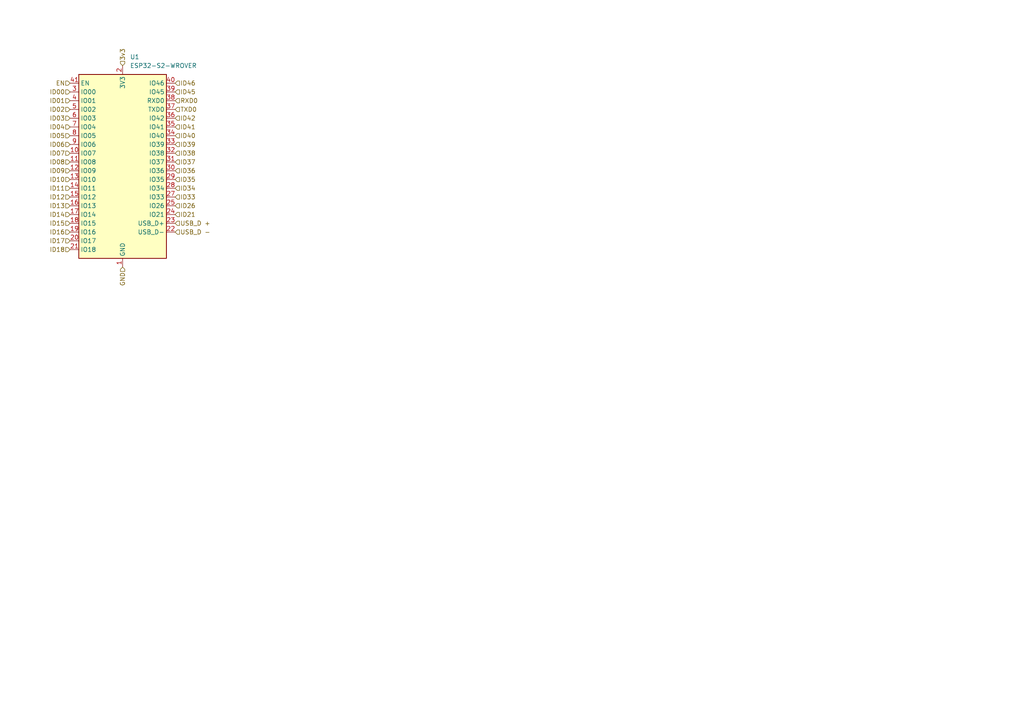
<source format=kicad_sch>
(kicad_sch (version 20250114) (generator "eeschema") (generator_version "9.0")
  (paper "A4")
  (lib_symbols
    (symbol "RF_Module:ESP32-S2-WROVER"
      (property "Reference" "U" (at -12.7 29.21 0))
      (property "Value" "ESP32-S2-WROVER" (at 2.54 29.21 0))
      (symbol "ESP32-S2-WROVER_0_1"
        (rectangle (start -12.7 27.94) (end 12.7 -25.4) (stroke (width 0.254)) (fill (type background)))
      )
      (symbol "ESP32-S2-WROVER_1_1"
        (pin input line (at -15.24 25.4 0) (length 2.54) (name "EN") (number "41"))
        (pin bidirectional line (at -15.24 22.86 0) (length 2.54) (name "IO00") (number "3"))
        (pin bidirectional line (at -15.24 20.32 0) (length 2.54) (name "IO01") (number "4"))
        (pin bidirectional line (at -15.24 17.78 0) (length 2.54) (name "IO02") (number "5"))
        (pin bidirectional line (at -15.24 15.24 0) (length 2.54) (name "IO03") (number "6"))
        (pin bidirectional line (at -15.24 12.7 0) (length 2.54) (name "IO04") (number "7"))
        (pin bidirectional line (at -15.24 10.16 0) (length 2.54) (name "IO05") (number "8"))
        (pin bidirectional line (at -15.24 7.62 0) (length 2.54) (name "IO06") (number "9"))
        (pin bidirectional line (at -15.24 5.08 0) (length 2.54) (name "IO07") (number "10"))
        (pin bidirectional line (at -15.24 2.54 0) (length 2.54) (name "IO08") (number "11"))
        (pin bidirectional line (at -15.24 0 0) (length 2.54) (name "IO09") (number "12"))
        (pin bidirectional line (at -15.24 -2.54 0) (length 2.54) (name "IO10") (number "13"))
        (pin bidirectional line (at -15.24 -5.08 0) (length 2.54) (name "IO11") (number "14"))
        (pin bidirectional line (at -15.24 -7.62 0) (length 2.54) (name "IO12") (number "15"))
        (pin bidirectional line (at -15.24 -10.16 0) (length 2.54) (name "IO13") (number "16"))
        (pin bidirectional line (at -15.24 -12.7 0) (length 2.54) (name "IO14") (number "17"))
        (pin bidirectional line (at -15.24 -15.24 0) (length 2.54) (name "IO15") (number "18"))
        (pin bidirectional line (at -15.24 -17.78 0) (length 2.54) (name "IO16") (number "19"))
        (pin bidirectional line (at -15.24 -20.32 0) (length 2.54) (name "IO17") (number "20"))
        (pin bidirectional line (at -15.24 -22.86 0) (length 2.54) (name "IO18") (number "21"))
        (pin power_in line (at 0 30.48 270) (length 2.54) (name "3V3") (number "2"))
        (pin power_in line (at 0 -27.94 90) (length 2.54) (name "GND") (number "1"))
        (pin passive line (at 0 -27.94 90) (length 2.54) (hide yes) (name "GND") (number "26"))
        (pin passive line (at 0 -27.94 90) (length 2.54) (hide yes) (name "GND") (number "42"))
        (pin passive line (at 0 -27.94 90) (length 2.54) (hide yes) (name "GND") (number "43"))
        (pin input line (at 15.24 25.4 180) (length 2.54) (name "IO46") (number "40"))
        (pin bidirectional line (at 15.24 22.86 180) (length 2.54) (name "IO45") (number "39"))
        (pin bidirectional line (at 15.24 20.32 180) (length 2.54) (name "RXD0") (number "38"))
        (pin bidirectional line (at 15.24 17.78 180) (length 2.54) (name "TXD0") (number "37"))
        (pin bidirectional line (at 15.24 15.24 180) (length 2.54) (name "IO42") (number "36"))
        (pin bidirectional line (at 15.24 12.7 180) (length 2.54) (name "IO41") (number "35"))
        (pin bidirectional line (at 15.24 10.16 180) (length 2.54) (name "IO40") (number "34"))
        (pin bidirectional line (at 15.24 7.62 180) (length 2.54) (name "IO39") (number "33"))
        (pin bidirectional line (at 15.24 5.08 180) (length 2.54) (name "IO38") (number "32"))
        (pin bidirectional line (at 15.24 2.54 180) (length 2.54) (name "IO37") (number "31"))
        (pin bidirectional line (at 15.24 0 180) (length 2.54) (name "IO36") (number "30"))
        (pin bidirectional line (at 15.24 -2.54 180) (length 2.54) (name "IO35") (number "29"))
        (pin bidirectional line (at 15.24 -5.08 180) (length 2.54) (name "IO34") (number "28"))
        (pin bidirectional line (at 15.24 -7.62 180) (length 2.54) (name "IO33") (number "27"))
        (pin bidirectional line (at 15.24 -10.16 180) (length 2.54) (name "IO26") (number "25"))
        (pin bidirectional line (at 15.24 -12.7 180) (length 2.54) (name "IO21") (number "24"))
        (pin bidirectional line (at 15.24 -15.24 180) (length 2.54) (name "USB_D+") (number "23"))
        (pin bidirectional line (at 15.24 -17.78 180) (length 2.54) (name "USB_D-") (number "22"))
      )
    )
  )
  (hierarchical_label "ID14" (shape input) (at 20.32 62.23 180))
  (hierarchical_label "ID09" (shape input) (at 20.32 49.53 180))
  (hierarchical_label "ID13" (shape input) (at 20.32 59.69 180))
  (hierarchical_label "ID39" (shape input) (at 50.8 41.91 0))
  (hierarchical_label "ID34" (shape input) (at 50.8 54.61 0))
  (hierarchical_label "ID37" (shape input) (at 50.8 46.99 0))
  (hierarchical_label "ID10" (shape input) (at 20.32 52.07 180))
  (hierarchical_label "ID11" (shape input) (at 20.32 54.61 180))
  (hierarchical_label "ID04" (shape input) (at 20.32 36.83 180))
  (hierarchical_label "USB_D +" (shape input) (at 50.8 64.77 0))
  (hierarchical_label "ID35" (shape input) (at 50.8 52.07 0))
  (hierarchical_label "ID36" (shape input) (at 50.8 49.53 0))
  (hierarchical_label "ID18" (shape input) (at 20.32 72.39 180))
  (hierarchical_label "ID17" (shape input) (at 20.32 69.85 180))
  (hierarchical_label "ID05" (shape input) (at 20.32 39.37 180))
  (hierarchical_label "ID16" (shape input) (at 20.32 67.31 180))
  (hierarchical_label "ID08" (shape input) (at 20.32 46.99 180))
  (hierarchical_label "ID33" (shape input) (at 50.8 57.15 0))
  (hierarchical_label "ID02" (shape input) (at 20.32 31.75 180))
  (hierarchical_label "ID42" (shape input) (at 50.8 34.29 0))
  (hierarchical_label "ID07" (shape input) (at 20.32 44.45 180))
  (hierarchical_label "EN" (shape input) (at 20.32 24.13 180))
  (hierarchical_label "ID40" (shape input) (at 50.8 39.37 0))
  (hierarchical_label "ID03" (shape input) (at 20.32 34.29 180))
  (hierarchical_label "ID46" (shape input) (at 50.8 24.13 0))
  (hierarchical_label "GND" (shape input) (at 35.56 77.47 270))
  (hierarchical_label "RXD0" (shape input) (at 50.8 29.21 0))
  (hierarchical_label "ID41" (shape input) (at 50.8 36.83 0))
  (hierarchical_label "ID45" (shape input) (at 50.8 26.67 0))
  (hierarchical_label "ID12" (shape input) (at 20.32 57.15 180))
  (hierarchical_label "USB_D -" (shape input) (at 50.8 67.31 0))
  (hierarchical_label "3v3" (shape input) (at 35.56 19.05 90))
  (hierarchical_label "ID01" (shape input) (at 20.32 29.21 180))
  (hierarchical_label "TXD0" (shape input) (at 50.8 31.75 0))
  (hierarchical_label "ID26" (shape input) (at 50.8 59.69 0))
  (hierarchical_label "ID21" (shape input) (at 50.8 62.23 0))
  (hierarchical_label "ID00" (shape input) (at 20.32 26.67 180))
  (hierarchical_label "ID06" (shape input) (at 20.32 41.91 180))
  (hierarchical_label "ID15" (shape input) (at 20.32 64.77 180))
  (hierarchical_label "ID38" (shape input) (at 50.8 44.45 0))
  (symbol (lib_id "RF_Module:ESP32-S2-WROVER") (at 35.56 49.53 0) (unit 1)
    (property "Reference" "U1" (at 37.7033 16.51 0) (effects (justify left)))
    (property "Value" "ESP32-S2-WROVER" (at 37.7033 19.05 0) (effects (justify left)))
    (property "Footprint" "RF_Module:ESP32-S2-WROVER" (effects (hide yes)))
    (property "Datasheet" "https://www.espressif.com/sites/default/files/documentation/esp32-s2-wroom_esp32-s2-wroom-i_datasheet_en.pdf" (effects (hide yes)))
    (property "Description" "RF Module, ESP32-D0WDQ6 SoC, Wi-Fi 802.11b/g/n, 32-bit, 2.7-3.6V, onboard antenna, SMD" (effects (hide yes)))
  )
)
</source>
